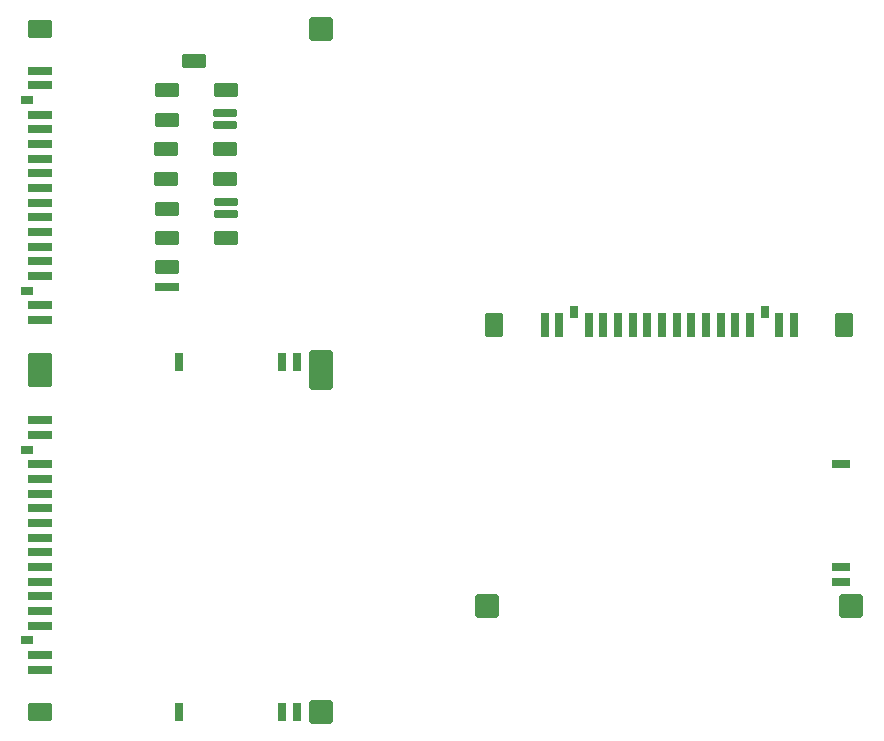
<source format=gbp>
%TF.GenerationSoftware,KiCad,Pcbnew,9.0.3*%
%TF.CreationDate,2026-01-26T00:41:47+02:00*%
%TF.ProjectId,SDCards,53444361-7264-4732-9e6b-696361645f70,rev?*%
%TF.SameCoordinates,Original*%
%TF.FileFunction,Paste,Bot*%
%TF.FilePolarity,Positive*%
%FSLAX46Y46*%
G04 Gerber Fmt 4.6, Leading zero omitted, Abs format (unit mm)*
G04 Created by KiCad (PCBNEW 9.0.3) date 2026-01-26 00:41:47*
%MOMM*%
%LPD*%
G01*
G04 APERTURE LIST*
G04 Aperture macros list*
%AMRoundRect*
0 Rectangle with rounded corners*
0 $1 Rounding radius*
0 $2 $3 $4 $5 $6 $7 $8 $9 X,Y pos of 4 corners*
0 Add a 4 corners polygon primitive as box body*
4,1,4,$2,$3,$4,$5,$6,$7,$8,$9,$2,$3,0*
0 Add four circle primitives for the rounded corners*
1,1,$1+$1,$2,$3*
1,1,$1+$1,$4,$5*
1,1,$1+$1,$6,$7*
1,1,$1+$1,$8,$9*
0 Add four rect primitives between the rounded corners*
20,1,$1+$1,$2,$3,$4,$5,0*
20,1,$1+$1,$4,$5,$6,$7,0*
20,1,$1+$1,$6,$7,$8,$9,0*
20,1,$1+$1,$8,$9,$2,$3,0*%
G04 Aperture macros list end*
%ADD10RoundRect,0.160000X0.840000X-0.640000X0.840000X0.640000X-0.840000X0.640000X-0.840000X-0.640000X0*%
%ADD11RoundRect,0.070000X0.280000X-0.730000X0.280000X0.730000X-0.280000X0.730000X-0.280000X-0.730000X0*%
%ADD12RoundRect,0.200000X0.800000X-0.800000X0.800000X0.800000X-0.800000X0.800000X-0.800000X-0.800000X0*%
%ADD13RoundRect,0.070000X0.930000X-0.280000X0.930000X0.280000X-0.930000X0.280000X-0.930000X-0.280000X0*%
%ADD14RoundRect,0.070000X0.430000X-0.280000X0.430000X0.280000X-0.430000X0.280000X-0.430000X-0.280000X0*%
%ADD15RoundRect,0.120000X0.880000X-0.480000X0.880000X0.480000X-0.880000X0.480000X-0.880000X-0.480000X0*%
%ADD16RoundRect,0.060000X0.940000X-0.240000X0.940000X0.240000X-0.940000X0.240000X-0.940000X-0.240000X0*%
%ADD17RoundRect,0.200000X0.800000X0.800000X-0.800000X0.800000X-0.800000X-0.800000X0.800000X-0.800000X0*%
%ADD18RoundRect,0.160000X0.640000X0.840000X-0.640000X0.840000X-0.640000X-0.840000X0.640000X-0.840000X0*%
%ADD19RoundRect,0.070000X0.730000X0.280000X-0.730000X0.280000X-0.730000X-0.280000X0.730000X-0.280000X0*%
%ADD20RoundRect,0.070000X0.280000X0.930000X-0.280000X0.930000X-0.280000X-0.930000X0.280000X-0.930000X0*%
%ADD21RoundRect,0.070000X0.280000X0.430000X-0.280000X0.430000X-0.280000X-0.430000X0.280000X-0.430000X0*%
G04 APERTURE END LIST*
D10*
%TO.C,J3*%
X71880000Y-123350000D03*
D11*
X83680000Y-123350000D03*
X92400000Y-123350000D03*
X93630000Y-123350000D03*
D12*
X95650000Y-123350000D03*
D13*
X71880000Y-119800000D03*
X71880000Y-118560000D03*
D14*
X70770000Y-117320000D03*
D13*
X71880000Y-116070000D03*
X71880000Y-114830000D03*
X71880000Y-113590000D03*
X71880000Y-112350000D03*
X71880000Y-111110000D03*
X71880000Y-109870000D03*
X71880000Y-108630000D03*
X71880000Y-107390000D03*
X71880000Y-106150000D03*
X71880000Y-104910000D03*
X71880000Y-103670000D03*
X71880000Y-102430000D03*
D14*
X70790000Y-101180000D03*
D13*
X71880000Y-99930000D03*
X71880000Y-98690000D03*
D10*
X71900000Y-95150000D03*
D12*
X95670000Y-95150000D03*
%TD*%
D13*
%TO.C,J2*%
X82645000Y-87392473D03*
D15*
X82645000Y-85692473D03*
X82645000Y-83267473D03*
X87615000Y-83262473D03*
D16*
X87615000Y-81222473D03*
D15*
X82645000Y-80767473D03*
D16*
X87615000Y-80247473D03*
D15*
X82545000Y-78257473D03*
X87515000Y-78252473D03*
X82545000Y-75757473D03*
X87515000Y-75752473D03*
D16*
X87515000Y-73687473D03*
D15*
X82645000Y-73267473D03*
D16*
X87515000Y-72712473D03*
D15*
X82645000Y-70767473D03*
X87615000Y-70762473D03*
X84945000Y-68267473D03*
%TD*%
D10*
%TO.C,J1*%
X71880000Y-93750000D03*
D11*
X83680000Y-93750000D03*
X92400000Y-93750000D03*
X93630000Y-93750000D03*
D12*
X95650000Y-93750000D03*
D13*
X71880000Y-90200000D03*
X71880000Y-88960000D03*
D14*
X70770000Y-87720000D03*
D13*
X71880000Y-86470000D03*
X71880000Y-85230000D03*
X71880000Y-83990000D03*
X71880000Y-82750000D03*
X71880000Y-81510000D03*
X71880000Y-80270000D03*
X71880000Y-79030000D03*
X71880000Y-77790000D03*
X71880000Y-76550000D03*
X71880000Y-75310000D03*
X71880000Y-74070000D03*
X71880000Y-72830000D03*
D14*
X70790000Y-71580000D03*
D13*
X71880000Y-70330000D03*
X71880000Y-69090000D03*
D10*
X71900000Y-65550000D03*
D12*
X95670000Y-65550000D03*
%TD*%
D17*
%TO.C,J4*%
X140550000Y-114420000D03*
D18*
X139950000Y-90620000D03*
D19*
X139650000Y-112370000D03*
X139650000Y-111140000D03*
X139650000Y-102420000D03*
D20*
X135710000Y-90620000D03*
X134470000Y-90620000D03*
D21*
X133230000Y-89510000D03*
D20*
X131980000Y-90620000D03*
X130740000Y-90620000D03*
X129500000Y-90620000D03*
X128260000Y-90620000D03*
X127020000Y-90620000D03*
X125780000Y-90620000D03*
X124540000Y-90620000D03*
X123300000Y-90620000D03*
X122060000Y-90620000D03*
X120820000Y-90620000D03*
X119580000Y-90620000D03*
X118340000Y-90620000D03*
D21*
X117090000Y-89530000D03*
D20*
X115840000Y-90620000D03*
X114600000Y-90620000D03*
D18*
X110350000Y-90620000D03*
D17*
X109750000Y-114420000D03*
%TD*%
M02*

</source>
